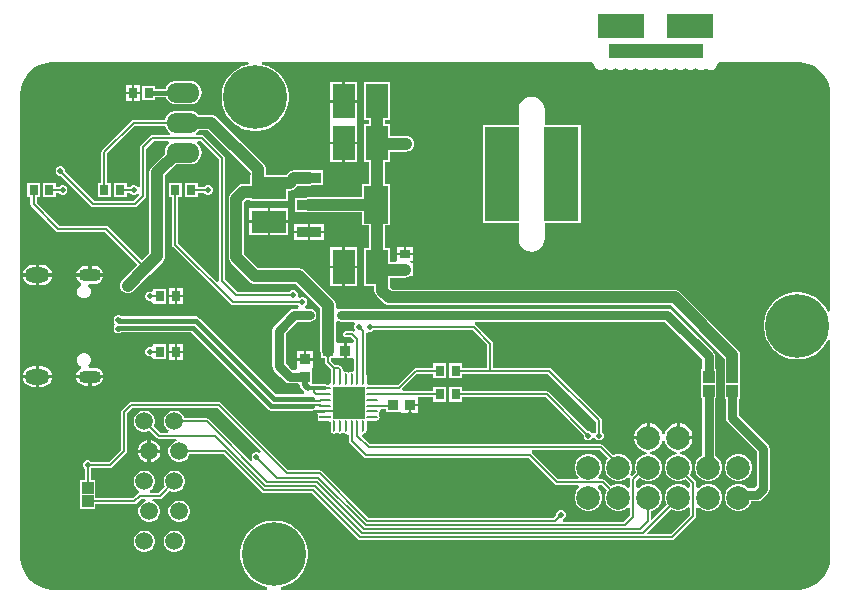
<source format=gbl>
G04*
G04 #@! TF.GenerationSoftware,Altium Limited,Altium Designer,23.2.1 (34)*
G04*
G04 Layer_Physical_Order=2*
G04 Layer_Color=16711680*
%FSLAX44Y44*%
%MOMM*%
G71*
G04*
G04 #@! TF.SameCoordinates,D71E7737-13ED-4BDA-A6DE-6AB0D4F083BE*
G04*
G04*
G04 #@! TF.FilePolarity,Positive*
G04*
G01*
G75*
%ADD12C,0.2000*%
%ADD23R,4.0000X2.0000*%
%ADD24R,8.0000X1.2000*%
%ADD30C,5.4000*%
%ADD39C,1.0000*%
%ADD40C,0.8000*%
%ADD41C,0.5000*%
%ADD42C,0.3000*%
%ADD43O,2.8000X1.7000*%
%ADD44C,2.0000*%
%ADD45O,2.1000X1.3000*%
%ADD46O,1.9000X1.1000*%
%ADD47C,1.5000*%
%ADD48C,0.5000*%
%ADD49C,1.2700*%
%ADD50R,1.0000X1.0000*%
%ADD51R,0.9581X0.9121*%
%ADD52R,0.9121X0.9581*%
%ADD53R,2.1000X0.9000*%
%ADD54R,2.1000X3.2000*%
%ADD55R,0.8000X0.9500*%
%ADD56R,2.7000X2.7000*%
G04:AMPARAMS|DCode=57|XSize=0.2393mm|YSize=0.9791mm|CornerRadius=0.1196mm|HoleSize=0mm|Usage=FLASHONLY|Rotation=0.000|XOffset=0mm|YOffset=0mm|HoleType=Round|Shape=RoundedRectangle|*
%AMROUNDEDRECTD57*
21,1,0.2393,0.7398,0,0,0.0*
21,1,0.0000,0.9791,0,0,0.0*
1,1,0.2393,0.0000,-0.3699*
1,1,0.2393,0.0000,-0.3699*
1,1,0.2393,0.0000,0.3699*
1,1,0.2393,0.0000,0.3699*
%
%ADD57ROUNDEDRECTD57*%
G04:AMPARAMS|DCode=58|XSize=0.9791mm|YSize=0.2393mm|CornerRadius=0.1196mm|HoleSize=0mm|Usage=FLASHONLY|Rotation=0.000|XOffset=0mm|YOffset=0mm|HoleType=Round|Shape=RoundedRectangle|*
%AMROUNDEDRECTD58*
21,1,0.9791,0.0000,0,0,0.0*
21,1,0.7398,0.2393,0,0,0.0*
1,1,0.2393,0.3699,0.0000*
1,1,0.2393,-0.3699,0.0000*
1,1,0.2393,-0.3699,0.0000*
1,1,0.2393,0.3699,0.0000*
%
%ADD58ROUNDEDRECTD58*%
%ADD59R,0.9791X0.2393*%
%ADD60R,0.9500X0.8000*%
%ADD61R,1.8526X2.9042*%
%ADD62R,2.9042X1.8526*%
%ADD63R,3.0000X8.0000*%
%ADD64C,0.4000*%
%ADD65C,0.4579*%
G36*
X-202635Y222196D02*
X-202256Y221569D01*
X-202250Y221542D01*
Y220906D01*
X-201413Y218885D01*
X-199865Y217337D01*
X-197844Y216500D01*
X-195656D01*
X-193634Y217337D01*
X-192500Y218472D01*
X-191366Y217337D01*
X-189344Y216500D01*
X-187156D01*
X-185135Y217337D01*
X-184000Y218472D01*
X-182866Y217337D01*
X-180844Y216500D01*
X-178656D01*
X-176635Y217337D01*
X-175500Y218472D01*
X-174366Y217337D01*
X-172344Y216500D01*
X-170156D01*
X-168134Y217337D01*
X-167000Y218472D01*
X-165865Y217337D01*
X-163844Y216500D01*
X-161656D01*
X-159635Y217337D01*
X-158500Y218472D01*
X-157366Y217337D01*
X-155344Y216500D01*
X-153156D01*
X-151135Y217337D01*
X-150000Y218472D01*
X-148865Y217337D01*
X-146844Y216500D01*
X-144656D01*
X-142634Y217337D01*
X-141500Y218472D01*
X-140365Y217337D01*
X-138344Y216500D01*
X-136156D01*
X-134135Y217337D01*
X-133000Y218472D01*
X-131866Y217337D01*
X-129844Y216500D01*
X-127656D01*
X-125634Y217337D01*
X-124500Y218472D01*
X-123365Y217337D01*
X-121344Y216500D01*
X-119156D01*
X-117135Y217337D01*
X-116000Y218472D01*
X-114866Y217337D01*
X-112844Y216500D01*
X-110656D01*
X-108635Y217337D01*
X-107500Y218472D01*
X-106365Y217337D01*
X-104344Y216500D01*
X-102156D01*
X-100134Y217337D01*
X-98587Y218885D01*
X-97750Y220906D01*
Y221539D01*
X-97733Y221610D01*
X-97325Y222244D01*
X-95861Y223361D01*
X-30000Y223361D01*
X-28167D01*
X-24533Y222883D01*
X-20993Y221934D01*
X-17607Y220531D01*
X-14432Y218699D01*
X-11524Y216467D01*
X-8933Y213875D01*
X-6701Y210967D01*
X-4869Y207793D01*
X-3466Y204407D01*
X-2517Y200867D01*
X-2039Y197233D01*
Y195400D01*
Y12306D01*
X-4039Y11825D01*
X-5625Y14937D01*
X-8261Y18566D01*
X-11434Y21739D01*
X-15063Y24375D01*
X-19060Y26412D01*
X-23326Y27798D01*
X-27757Y28500D01*
X-32243D01*
X-36674Y27798D01*
X-40940Y26412D01*
X-44937Y24375D01*
X-48566Y21739D01*
X-51739Y18566D01*
X-54375Y14937D01*
X-56412Y10940D01*
X-57798Y6674D01*
X-58500Y2243D01*
Y-2243D01*
X-57798Y-6674D01*
X-56412Y-10940D01*
X-54375Y-14937D01*
X-51739Y-18566D01*
X-48566Y-21739D01*
X-44937Y-24375D01*
X-40940Y-26412D01*
X-36674Y-27798D01*
X-32243Y-28500D01*
X-27757D01*
X-23326Y-27798D01*
X-19060Y-26412D01*
X-15063Y-24375D01*
X-11434Y-21739D01*
X-8261Y-18566D01*
X-5625Y-14937D01*
X-4039Y-11825D01*
X-2039Y-12306D01*
Y-195400D01*
Y-197233D01*
X-2517Y-200867D01*
X-3466Y-204407D01*
X-4869Y-207793D01*
X-6701Y-210968D01*
X-8933Y-213875D01*
X-11524Y-216467D01*
X-14432Y-218699D01*
X-17607Y-220531D01*
X-20993Y-221934D01*
X-24533Y-222882D01*
X-28167Y-223361D01*
X-30000Y-223361D01*
X-467196Y-223361D01*
X-467353Y-221361D01*
X-466326Y-221198D01*
X-462060Y-219812D01*
X-458063Y-217775D01*
X-454434Y-215139D01*
X-451261Y-211966D01*
X-448625Y-208337D01*
X-446588Y-204340D01*
X-445202Y-200074D01*
X-444500Y-195643D01*
Y-191157D01*
X-445202Y-186726D01*
X-446588Y-182460D01*
X-448625Y-178463D01*
X-451261Y-174834D01*
X-454434Y-171661D01*
X-458063Y-169025D01*
X-462060Y-166988D01*
X-466326Y-165602D01*
X-470757Y-164900D01*
X-475243D01*
X-479674Y-165602D01*
X-483940Y-166988D01*
X-487937Y-169025D01*
X-491567Y-171661D01*
X-494739Y-174834D01*
X-497375Y-178463D01*
X-499412Y-182460D01*
X-500798Y-186726D01*
X-501500Y-191157D01*
Y-195643D01*
X-500798Y-200074D01*
X-499412Y-204340D01*
X-497375Y-208337D01*
X-494739Y-211966D01*
X-491567Y-215139D01*
X-487937Y-217775D01*
X-483940Y-219812D01*
X-479674Y-221198D01*
X-478647Y-221361D01*
X-478804Y-223361D01*
X-660000D01*
X-661833D01*
X-665467Y-222882D01*
X-669007Y-221934D01*
X-672393Y-220531D01*
X-675568Y-218699D01*
X-678475Y-216467D01*
X-681067Y-213876D01*
X-683299Y-210968D01*
X-685131Y-207793D01*
X-686534Y-204407D01*
X-687483Y-200867D01*
X-687961Y-197233D01*
X-687961Y-195400D01*
X-687961Y195400D01*
Y197233D01*
X-687483Y200867D01*
X-686534Y204407D01*
X-685131Y207793D01*
X-683298Y210968D01*
X-681067Y213875D01*
X-678475Y216467D01*
X-675567Y218699D01*
X-672393Y220531D01*
X-669007Y221934D01*
X-665467Y222882D01*
X-661833Y223361D01*
X-660000Y223361D01*
X-494804Y223361D01*
X-494646Y221361D01*
X-495674Y221198D01*
X-499940Y219812D01*
X-503937Y217775D01*
X-507566Y215139D01*
X-510739Y211966D01*
X-513375Y208337D01*
X-515412Y204340D01*
X-516798Y200074D01*
X-517500Y195643D01*
Y191157D01*
X-516798Y186726D01*
X-515412Y182460D01*
X-513375Y178463D01*
X-510739Y174834D01*
X-507566Y171661D01*
X-503937Y169025D01*
X-499940Y166988D01*
X-495674Y165602D01*
X-491243Y164900D01*
X-486757D01*
X-482326Y165602D01*
X-478060Y166988D01*
X-474063Y169025D01*
X-470434Y171661D01*
X-467261Y174834D01*
X-464625Y178463D01*
X-462588Y182460D01*
X-461202Y186726D01*
X-460500Y191157D01*
Y195643D01*
X-461202Y200074D01*
X-462588Y204340D01*
X-464625Y208337D01*
X-467261Y211966D01*
X-470434Y215139D01*
X-474063Y217775D01*
X-478060Y219812D01*
X-482326Y221198D01*
X-483354Y221361D01*
X-483196Y223361D01*
X-204139Y223361D01*
X-202635Y222196D01*
D02*
G37*
%LPC*%
G36*
X-544500Y207586D02*
X-555500D01*
X-558111Y207243D01*
X-560543Y206235D01*
X-562632Y204632D01*
X-564235Y202543D01*
X-564949Y200819D01*
X-573750D01*
Y203250D01*
X-584750D01*
Y190750D01*
X-573750D01*
Y193681D01*
X-564742D01*
X-564235Y192457D01*
X-562632Y190368D01*
X-560543Y188765D01*
X-558111Y187757D01*
X-555500Y187414D01*
X-544500D01*
X-541889Y187757D01*
X-539457Y188765D01*
X-537368Y190368D01*
X-535765Y192457D01*
X-534757Y194890D01*
X-534414Y197500D01*
X-534757Y200110D01*
X-535765Y202543D01*
X-537368Y204632D01*
X-539457Y206235D01*
X-541889Y207243D01*
X-544500Y207586D01*
D02*
G37*
G36*
X-586750Y203750D02*
X-591750D01*
Y198000D01*
X-586750D01*
Y203750D01*
D02*
G37*
G36*
X-593750D02*
X-598750D01*
Y198000D01*
X-593750D01*
Y203750D01*
D02*
G37*
G36*
X-402989Y206521D02*
X-413252D01*
Y191000D01*
X-402989D01*
Y206521D01*
D02*
G37*
G36*
X-415252D02*
X-425516D01*
Y191000D01*
X-415252D01*
Y206521D01*
D02*
G37*
G36*
X-586750Y196000D02*
X-591750D01*
Y190250D01*
X-586750D01*
Y196000D01*
D02*
G37*
G36*
X-593750D02*
X-598750D01*
Y190250D01*
X-593750D01*
Y196000D01*
D02*
G37*
G36*
X-402989Y189000D02*
X-414253D01*
X-425516D01*
Y173521D01*
X-425516Y173479D01*
X-425516Y171521D01*
X-425516Y171479D01*
Y156000D01*
X-414252D01*
Y155000D01*
D01*
Y156000D01*
X-402989D01*
Y171479D01*
X-402989Y171521D01*
X-402989Y173479D01*
X-402989Y173521D01*
Y189000D01*
D02*
G37*
G36*
X-402989Y154000D02*
X-413252D01*
Y138479D01*
X-402989D01*
Y154000D01*
D02*
G37*
G36*
X-415252D02*
X-425516D01*
Y138479D01*
X-415252D01*
Y154000D01*
D02*
G37*
G36*
X-537750Y121250D02*
X-548750D01*
Y108750D01*
X-537750D01*
Y112451D01*
X-532108D01*
X-531266Y111609D01*
X-529796Y111000D01*
X-528204D01*
X-526734Y111609D01*
X-525609Y112734D01*
X-525000Y114204D01*
Y115796D01*
X-525609Y117266D01*
X-526734Y118391D01*
X-528204Y119000D01*
X-529796D01*
X-531266Y118391D01*
X-532108Y117549D01*
X-537750D01*
Y121250D01*
D02*
G37*
G36*
X-657750D02*
X-668750D01*
Y108750D01*
X-657750D01*
Y112451D01*
X-655108D01*
X-654266Y111609D01*
X-652796Y111000D01*
X-651204D01*
X-649734Y111609D01*
X-648609Y112734D01*
X-648000Y114204D01*
Y115796D01*
X-648609Y117266D01*
X-649734Y118391D01*
X-651204Y119000D01*
X-652796D01*
X-654266Y118391D01*
X-655108Y117549D01*
X-657750D01*
Y121250D01*
D02*
G37*
G36*
X-460979Y99511D02*
X-476500D01*
Y89248D01*
X-460979D01*
Y99511D01*
D02*
G37*
G36*
X-478500D02*
X-494021D01*
Y89248D01*
X-478500D01*
Y99511D01*
D02*
G37*
G36*
X-431000Y86000D02*
X-442500D01*
Y80500D01*
X-431000D01*
Y86000D01*
D02*
G37*
G36*
X-444500D02*
X-456000D01*
Y80500D01*
X-444500D01*
Y86000D01*
D02*
G37*
G36*
X-460979Y87248D02*
X-476500D01*
Y76984D01*
X-460979D01*
Y87248D01*
D02*
G37*
G36*
X-478500D02*
X-494021D01*
Y76984D01*
X-478500D01*
Y87248D01*
D02*
G37*
G36*
X-431000Y78500D02*
X-442500D01*
Y73000D01*
X-431000D01*
Y78500D01*
D02*
G37*
G36*
X-444500D02*
X-456000D01*
Y73000D01*
X-444500D01*
Y78500D01*
D02*
G37*
G36*
X-255000Y193995D02*
X-257872Y193617D01*
X-260548Y192509D01*
X-262845Y190745D01*
X-264608Y188447D01*
X-265717Y185772D01*
X-266095Y182900D01*
Y169900D01*
X-296500D01*
Y86900D01*
X-266095D01*
Y73900D01*
X-265717Y71028D01*
X-264608Y68353D01*
X-262845Y66055D01*
X-260548Y64292D01*
X-257872Y63183D01*
X-255000Y62805D01*
X-252128Y63183D01*
X-249452Y64292D01*
X-247155Y66055D01*
X-245392Y68353D01*
X-244283Y71028D01*
X-243905Y73900D01*
Y86900D01*
X-213500D01*
Y169900D01*
X-243905D01*
Y182900D01*
X-244283Y185772D01*
X-245392Y188447D01*
X-247155Y190745D01*
X-249452Y192509D01*
X-252128Y193617D01*
X-255000Y193995D01*
D02*
G37*
G36*
X-355250Y66750D02*
X-361000D01*
Y61750D01*
X-355250D01*
Y66750D01*
D02*
G37*
G36*
X-363000D02*
X-368750D01*
Y61750D01*
X-363000D01*
Y66750D01*
D02*
G37*
G36*
X-402989Y66521D02*
X-413252D01*
Y51000D01*
X-402989D01*
Y66521D01*
D02*
G37*
G36*
X-415252D02*
X-425516D01*
Y51000D01*
X-415252D01*
Y66521D01*
D02*
G37*
G36*
X-669400Y51574D02*
X-671900D01*
Y44500D01*
X-661024D01*
X-661119Y45219D01*
X-661976Y47287D01*
X-663338Y49063D01*
X-665114Y50425D01*
X-667181Y51282D01*
X-669400Y51574D01*
D02*
G37*
G36*
X-674900D02*
X-677400D01*
X-679619Y51282D01*
X-681687Y50425D01*
X-683463Y49063D01*
X-684825Y47287D01*
X-685682Y45219D01*
X-685776Y44500D01*
X-674900D01*
Y51574D01*
D02*
G37*
G36*
X-625099Y50565D02*
X-627599D01*
Y44500D01*
X-617732D01*
X-617793Y44958D01*
X-618548Y46783D01*
X-619750Y48349D01*
X-621317Y49552D01*
X-623142Y50307D01*
X-625099Y50565D01*
D02*
G37*
G36*
X-630599D02*
X-633100D01*
X-635057Y50307D01*
X-636882Y49552D01*
X-638448Y48349D01*
X-639651Y46783D01*
X-640406Y44958D01*
X-640467Y44500D01*
X-630599D01*
Y50565D01*
D02*
G37*
G36*
X-544500Y182186D02*
X-555500D01*
X-558111Y181843D01*
X-560543Y180835D01*
X-562632Y179232D01*
X-564235Y177143D01*
X-565243Y174711D01*
X-565251Y174649D01*
X-591900D01*
X-592875Y174455D01*
X-593702Y173902D01*
X-618552Y149052D01*
X-619105Y148225D01*
X-619299Y147250D01*
Y121250D01*
X-622250D01*
Y108750D01*
X-611250D01*
Y121250D01*
X-614201D01*
Y146194D01*
X-590844Y169551D01*
X-565251D01*
X-565243Y169489D01*
X-564235Y167057D01*
X-562632Y164968D01*
X-560783Y163549D01*
X-560835Y162701D01*
X-561340Y161549D01*
X-576000D01*
X-576976Y161355D01*
X-577802Y160802D01*
X-585802Y152802D01*
X-586355Y151975D01*
X-586549Y151000D01*
Y117519D01*
X-588549Y117121D01*
X-588609Y117266D01*
X-589734Y118391D01*
X-591204Y119000D01*
X-592796D01*
X-594266Y118391D01*
X-595108Y117549D01*
X-597750D01*
Y121250D01*
X-608750D01*
Y108750D01*
X-597750D01*
Y112451D01*
X-595108D01*
X-594266Y111609D01*
X-592796Y111000D01*
X-591204D01*
X-589734Y111609D01*
X-589384Y111959D01*
X-587213Y111302D01*
X-587061Y110544D01*
X-592056Y105549D01*
X-624944D01*
X-650000Y130605D01*
Y131796D01*
X-650609Y133266D01*
X-651734Y134391D01*
X-653204Y135000D01*
X-654796D01*
X-656266Y134391D01*
X-657391Y133266D01*
X-658000Y131796D01*
Y130204D01*
X-657391Y128734D01*
X-656266Y127609D01*
X-654796Y127000D01*
X-653605D01*
X-627802Y101198D01*
X-626976Y100645D01*
X-626000Y100451D01*
X-591000D01*
X-590024Y100645D01*
X-589198Y101198D01*
X-582198Y108198D01*
X-581645Y109024D01*
X-581451Y110000D01*
Y149944D01*
X-574944Y156451D01*
X-562504D01*
X-561825Y154451D01*
X-562632Y153832D01*
X-564235Y151743D01*
X-565243Y149311D01*
X-565586Y146700D01*
X-565464Y145773D01*
X-576636Y134602D01*
X-577678Y133244D01*
X-578333Y131663D01*
X-578556Y129966D01*
Y61716D01*
X-584833Y55438D01*
X-613198Y83802D01*
X-614025Y84355D01*
X-615000Y84549D01*
X-654944D01*
X-674201Y103806D01*
Y108750D01*
X-671250D01*
Y121250D01*
X-682250D01*
Y108750D01*
X-679299D01*
Y102750D01*
X-679105Y101775D01*
X-678552Y100948D01*
X-657802Y80198D01*
X-656975Y79645D01*
X-656000Y79451D01*
X-616056D01*
X-588438Y51833D01*
X-601636Y38636D01*
X-602678Y37278D01*
X-603333Y35697D01*
X-603556Y34000D01*
X-603333Y32303D01*
X-602678Y30722D01*
X-601636Y29364D01*
X-600278Y28322D01*
X-598697Y27667D01*
X-597000Y27444D01*
X-595303Y27667D01*
X-593722Y28322D01*
X-592364Y29364D01*
X-578364Y43364D01*
X-578364Y43364D01*
X-567364Y54364D01*
X-566322Y55722D01*
X-565667Y57303D01*
X-565444Y59000D01*
Y127250D01*
X-556013Y136681D01*
X-555500Y136614D01*
X-544500D01*
X-541889Y136957D01*
X-539457Y137965D01*
X-537368Y139568D01*
X-535765Y141657D01*
X-534757Y144089D01*
X-534414Y146700D01*
X-534757Y149311D01*
X-535765Y151743D01*
X-537368Y153832D01*
X-538175Y154451D01*
X-537496Y156451D01*
X-535056D01*
X-519549Y140944D01*
Y38000D01*
X-519544Y37978D01*
X-521388Y36992D01*
X-554201Y69806D01*
Y108750D01*
X-551250D01*
Y121250D01*
X-562250D01*
Y108750D01*
X-559299D01*
Y68750D01*
X-559105Y67775D01*
X-558552Y66948D01*
X-509802Y18198D01*
X-508975Y17645D01*
X-508000Y17451D01*
X-452922D01*
X-452195Y16608D01*
X-453112Y14608D01*
X-456000D01*
X-458146Y14181D01*
X-459965Y12965D01*
X-472965Y-35D01*
X-474181Y-1854D01*
X-474608Y-4000D01*
Y-34000D01*
X-474181Y-36146D01*
X-472965Y-37965D01*
X-467961Y-42969D01*
X-467961Y-42969D01*
X-463965Y-46965D01*
X-463965Y-46965D01*
X-462146Y-48181D01*
X-460000Y-48608D01*
X-453061D01*
Y-49291D01*
X-452827D01*
X-451078Y-50000D01*
X-450768Y-51561D01*
X-449884Y-52884D01*
X-447384Y-55384D01*
X-447323Y-57816D01*
X-447560Y-58147D01*
X-471389D01*
X-536507Y6971D01*
X-537761Y7809D01*
X-539239Y8103D01*
X-602446D01*
X-602734Y8391D01*
X-604204Y9000D01*
X-605796D01*
X-607266Y8391D01*
X-608391Y7266D01*
X-609000Y5796D01*
Y4204D01*
X-608391Y2734D01*
X-608213Y2557D01*
X-607470Y1250D01*
X-608213Y-57D01*
X-608391Y-234D01*
X-609000Y-1704D01*
Y-3296D01*
X-608391Y-4766D01*
X-607266Y-5891D01*
X-605796Y-6500D01*
X-604204D01*
X-602734Y-5891D01*
X-602446Y-5603D01*
X-543316D01*
X-478198Y-70722D01*
X-476945Y-71559D01*
X-475466Y-71853D01*
X-441289D01*
X-439811Y-71559D01*
X-438895Y-70947D01*
X-438585Y-70740D01*
X-438144Y-70857D01*
X-436632Y-71351D01*
X-436627Y-71361D01*
X-436655Y-71500D01*
X-429896D01*
Y-73500D01*
X-436655D01*
X-436605Y-73747D01*
X-436535Y-73853D01*
X-436291Y-74804D01*
X-436291D01*
Y-80196D01*
X-427090D01*
X-425249Y-81196D01*
Y-88595D01*
X-425040Y-89647D01*
X-424444Y-90539D01*
X-423552Y-91135D01*
X-422500Y-91344D01*
X-421448Y-91135D01*
X-420556Y-90539D01*
X-420000Y-89706D01*
X-419444Y-90539D01*
X-418552Y-91135D01*
X-417500Y-91344D01*
X-416448Y-91135D01*
X-415000Y-90704D01*
X-413552Y-91135D01*
X-412500Y-91344D01*
X-412049Y-91254D01*
X-410441Y-92193D01*
X-410049Y-92605D01*
Y-97500D01*
X-409855Y-98476D01*
X-409302Y-99302D01*
X-397302Y-111302D01*
X-396475Y-111855D01*
X-395500Y-112049D01*
X-257556D01*
X-235302Y-134302D01*
X-234475Y-134855D01*
X-233500Y-135049D01*
X-215741D01*
X-215180Y-136404D01*
X-215180Y-136404D01*
X-214912Y-137049D01*
X-216202Y-138339D01*
X-217716Y-140961D01*
X-218500Y-143886D01*
Y-146914D01*
X-217716Y-149839D01*
X-216202Y-152461D01*
X-214061Y-154602D01*
X-211439Y-156116D01*
X-208514Y-156900D01*
X-205486D01*
X-202561Y-156116D01*
X-199939Y-154602D01*
X-197798Y-152461D01*
X-196284Y-149839D01*
X-195500Y-146914D01*
Y-143886D01*
X-196284Y-140961D01*
X-197798Y-138339D01*
X-199088Y-137049D01*
X-199055Y-136970D01*
X-198820Y-136404D01*
X-198820Y-136404D01*
X-198259Y-135049D01*
X-195556D01*
X-191338Y-139267D01*
X-192316Y-140961D01*
X-193100Y-143886D01*
Y-146914D01*
X-192316Y-149839D01*
X-190802Y-152461D01*
X-188661Y-154602D01*
X-186039Y-156116D01*
X-183114Y-156900D01*
X-180086D01*
X-177161Y-156116D01*
X-174539Y-154602D01*
X-173549Y-153612D01*
X-171549Y-154441D01*
Y-160444D01*
X-177056Y-165951D01*
X-228510D01*
X-228647Y-165848D01*
X-228556Y-163731D01*
X-227734Y-163391D01*
X-226609Y-162266D01*
X-226000Y-160796D01*
Y-159204D01*
X-226609Y-157734D01*
X-227734Y-156609D01*
X-229204Y-156000D01*
X-230796D01*
X-232266Y-156609D01*
X-233391Y-157734D01*
X-234000Y-159204D01*
Y-160395D01*
X-236056Y-162451D01*
X-393045D01*
X-432298Y-123198D01*
X-433125Y-122645D01*
X-434101Y-122451D01*
X-460944D01*
X-518198Y-65198D01*
X-519025Y-64645D01*
X-520000Y-64451D01*
X-594000D01*
X-594975Y-64645D01*
X-595802Y-65198D01*
X-601802Y-71198D01*
X-602355Y-72024D01*
X-602549Y-73000D01*
Y-104944D01*
X-613056Y-115451D01*
X-627892D01*
X-628734Y-114609D01*
X-630204Y-114000D01*
X-631796D01*
X-633266Y-114609D01*
X-634391Y-115734D01*
X-635000Y-117204D01*
Y-118796D01*
X-634391Y-120266D01*
X-633549Y-121108D01*
Y-130500D01*
X-637500D01*
Y-143500D01*
Y-155200D01*
X-624500D01*
Y-151249D01*
X-591700D01*
X-590725Y-151055D01*
X-589898Y-150502D01*
X-585944Y-146549D01*
X-582024D01*
X-581760Y-148549D01*
X-582374Y-148713D01*
X-584426Y-149898D01*
X-586102Y-151574D01*
X-587287Y-153626D01*
X-587900Y-155915D01*
Y-158285D01*
X-587287Y-160574D01*
X-586102Y-162626D01*
X-584426Y-164302D01*
X-582374Y-165487D01*
X-580085Y-166100D01*
X-577715D01*
X-575426Y-165487D01*
X-573374Y-164302D01*
X-571698Y-162626D01*
X-570513Y-160574D01*
X-569900Y-158285D01*
Y-155915D01*
X-570513Y-153626D01*
X-571698Y-151574D01*
X-573374Y-149898D01*
X-575426Y-148713D01*
X-576040Y-148549D01*
X-575776Y-146549D01*
X-569800D01*
X-568825Y-146355D01*
X-567998Y-145802D01*
X-561803Y-139608D01*
X-560974Y-140087D01*
X-558685Y-140700D01*
X-556315D01*
X-554026Y-140087D01*
X-551974Y-138902D01*
X-550298Y-137226D01*
X-549113Y-135174D01*
X-548500Y-132885D01*
Y-130515D01*
X-549113Y-128226D01*
X-550298Y-126174D01*
X-551974Y-124498D01*
X-554026Y-123313D01*
X-556315Y-122700D01*
X-558685D01*
X-560974Y-123313D01*
X-563026Y-124498D01*
X-564702Y-126174D01*
X-565887Y-128226D01*
X-566500Y-130515D01*
Y-132885D01*
X-565887Y-135174D01*
X-565408Y-136003D01*
X-570856Y-141451D01*
X-577789D01*
X-578325Y-139451D01*
X-577374Y-138902D01*
X-575698Y-137226D01*
X-574513Y-135174D01*
X-573900Y-132885D01*
Y-130515D01*
X-574513Y-128226D01*
X-575698Y-126174D01*
X-577374Y-124498D01*
X-579426Y-123313D01*
X-581715Y-122700D01*
X-584085D01*
X-586374Y-123313D01*
X-588426Y-124498D01*
X-590102Y-126174D01*
X-591287Y-128226D01*
X-591900Y-130515D01*
Y-132885D01*
X-591287Y-135174D01*
X-590102Y-137226D01*
X-588426Y-138902D01*
X-587404Y-139492D01*
X-587752Y-141601D01*
X-587975Y-141645D01*
X-588802Y-142198D01*
X-592756Y-146151D01*
X-624500D01*
Y-130500D01*
X-628451D01*
Y-121108D01*
X-627892Y-120549D01*
X-612000D01*
X-611025Y-120355D01*
X-610198Y-119802D01*
X-598198Y-107802D01*
X-597645Y-106975D01*
X-597451Y-106000D01*
Y-74056D01*
X-592944Y-69549D01*
X-521056D01*
X-484550Y-106055D01*
X-484484Y-106144D01*
X-485734Y-107609D01*
X-486044Y-107481D01*
X-487204Y-107000D01*
X-488796D01*
X-490266Y-107609D01*
X-491391Y-108734D01*
X-492000Y-110204D01*
Y-111796D01*
X-491519Y-112956D01*
X-491391Y-113266D01*
X-492856Y-114515D01*
X-492945Y-114450D01*
X-528298Y-79098D01*
X-529124Y-78545D01*
X-530100Y-78351D01*
X-548866D01*
X-549113Y-77426D01*
X-550298Y-75374D01*
X-551974Y-73698D01*
X-554026Y-72513D01*
X-556315Y-71900D01*
X-558685D01*
X-560974Y-72513D01*
X-563026Y-73698D01*
X-564702Y-75374D01*
X-565887Y-77426D01*
X-566500Y-79715D01*
Y-82085D01*
X-565887Y-84374D01*
X-564702Y-86426D01*
X-563026Y-88102D01*
X-562421Y-88451D01*
X-562957Y-90451D01*
X-569744D01*
X-574992Y-85203D01*
X-574513Y-84374D01*
X-573900Y-82085D01*
Y-79715D01*
X-574513Y-77426D01*
X-575698Y-75374D01*
X-577374Y-73698D01*
X-579426Y-72513D01*
X-581715Y-71900D01*
X-584085D01*
X-586374Y-72513D01*
X-588426Y-73698D01*
X-590102Y-75374D01*
X-591287Y-77426D01*
X-591900Y-79715D01*
Y-82085D01*
X-591287Y-84374D01*
X-590102Y-86426D01*
X-588426Y-88102D01*
X-586374Y-89287D01*
X-584085Y-89900D01*
X-581715D01*
X-579426Y-89287D01*
X-578597Y-88808D01*
X-572602Y-94802D01*
X-571776Y-95355D01*
X-570800Y-95549D01*
X-555877D01*
X-555614Y-97549D01*
X-556974Y-97913D01*
X-559026Y-99098D01*
X-560702Y-100774D01*
X-561887Y-102826D01*
X-562500Y-105115D01*
Y-107485D01*
X-561887Y-109774D01*
X-560702Y-111826D01*
X-559026Y-113502D01*
X-556974Y-114687D01*
X-554685Y-115300D01*
X-552315D01*
X-550026Y-114687D01*
X-547974Y-113502D01*
X-546298Y-111826D01*
X-545113Y-109774D01*
X-544865Y-108849D01*
X-515655D01*
X-483702Y-140802D01*
X-482875Y-141355D01*
X-481899Y-141549D01*
X-440955D01*
X-401702Y-180802D01*
X-400875Y-181355D01*
X-399899Y-181549D01*
X-136000D01*
X-135024Y-181355D01*
X-134198Y-180802D01*
X-116198Y-162802D01*
X-115645Y-161975D01*
X-115451Y-161000D01*
Y-154441D01*
X-113451Y-153612D01*
X-112461Y-154602D01*
X-109839Y-156116D01*
X-106914Y-156900D01*
X-103886D01*
X-100961Y-156116D01*
X-98339Y-154602D01*
X-96198Y-152461D01*
X-94684Y-149839D01*
X-93900Y-146914D01*
Y-143886D01*
X-94684Y-140961D01*
X-96198Y-138339D01*
X-98339Y-136198D01*
X-100961Y-134684D01*
X-103886Y-133900D01*
X-106914D01*
X-109839Y-134684D01*
X-112461Y-136198D01*
X-113451Y-137188D01*
X-115451Y-136359D01*
Y-132800D01*
X-115645Y-131825D01*
X-116198Y-130998D01*
X-121062Y-126133D01*
X-120084Y-124439D01*
X-119300Y-121514D01*
Y-118486D01*
X-120084Y-115561D01*
X-121598Y-112939D01*
X-123739Y-110798D01*
X-126361Y-109284D01*
X-129286Y-108500D01*
X-129220Y-106600D01*
X-126168Y-105782D01*
X-123432Y-104202D01*
X-121198Y-101968D01*
X-119618Y-99232D01*
X-118800Y-96180D01*
Y-96100D01*
X-130800D01*
Y-94600D01*
X-132300D01*
Y-82600D01*
X-132380D01*
X-135432Y-83418D01*
X-138168Y-84998D01*
X-140402Y-87232D01*
X-141982Y-89968D01*
X-142465Y-91769D01*
X-144535D01*
X-145018Y-89968D01*
X-146598Y-87232D01*
X-148832Y-84998D01*
X-151568Y-83418D01*
X-154620Y-82600D01*
X-154700D01*
Y-94600D01*
X-156200D01*
Y-96100D01*
X-168200D01*
Y-96180D01*
X-167382Y-99232D01*
X-165802Y-101968D01*
X-163568Y-104202D01*
X-160832Y-105782D01*
X-157780Y-106600D01*
X-157714Y-108500D01*
X-160639Y-109284D01*
X-163261Y-110798D01*
X-165402Y-112939D01*
X-166916Y-115561D01*
X-167700Y-118486D01*
Y-121514D01*
X-166943Y-124338D01*
X-169936Y-127331D01*
X-171054Y-127525D01*
X-171658Y-125780D01*
X-170884Y-124439D01*
X-170100Y-121514D01*
Y-118486D01*
X-170884Y-115561D01*
X-172398Y-112939D01*
X-174539Y-110798D01*
X-177161Y-109284D01*
X-180086Y-108500D01*
X-183114D01*
X-186039Y-109284D01*
X-186085Y-109310D01*
X-194198Y-101198D01*
X-195025Y-100645D01*
X-196000Y-100451D01*
X-391944D01*
X-398703Y-93692D01*
X-398186Y-91392D01*
X-397951Y-91254D01*
X-397500Y-91344D01*
X-396448Y-91135D01*
X-395556Y-90539D01*
X-394960Y-89647D01*
X-394751Y-88595D01*
Y-82100D01*
X-394124Y-80876D01*
X-392900Y-80249D01*
X-386405D01*
X-385353Y-80040D01*
X-384461Y-79444D01*
X-383866Y-78552D01*
X-383656Y-77500D01*
X-383866Y-76448D01*
X-384461Y-74444D01*
X-383866Y-73552D01*
X-383656Y-72500D01*
X-383746Y-72049D01*
X-382807Y-70441D01*
X-382395Y-70049D01*
X-378561D01*
Y-73061D01*
X-366314Y-73061D01*
X-364521Y-73561D01*
X-364186Y-73561D01*
X-358730D01*
Y-67000D01*
X-357730D01*
Y-66000D01*
X-350939D01*
X-350939Y-60439D01*
X-349101Y-60049D01*
X-338250D01*
Y-64250D01*
X-327250D01*
Y-51750D01*
X-338250D01*
Y-54951D01*
X-363518D01*
X-364346Y-52951D01*
X-351944Y-40549D01*
X-338250D01*
Y-44250D01*
X-327250D01*
Y-31750D01*
X-338250D01*
Y-35451D01*
X-353000D01*
X-353975Y-35645D01*
X-354802Y-36198D01*
X-368556Y-49951D01*
X-385398D01*
X-386405Y-49751D01*
X-392900D01*
X-394124Y-49124D01*
X-394751Y-47900D01*
Y-41405D01*
X-394951Y-40399D01*
Y-6272D01*
X-392951Y-4936D01*
X-392796Y-5000D01*
X-391204D01*
X-389734Y-4391D01*
X-388892Y-3549D01*
X-305056D01*
X-292549Y-16056D01*
Y-35451D01*
X-313750D01*
Y-31750D01*
X-324750D01*
Y-44250D01*
X-313750D01*
Y-40549D01*
X-241056D01*
X-200549Y-81056D01*
Y-89892D01*
X-201391Y-90734D01*
X-201418Y-90798D01*
X-203582D01*
X-203609Y-90734D01*
X-204734Y-89609D01*
X-206204Y-89000D01*
X-207395D01*
X-240198Y-56198D01*
X-241024Y-55645D01*
X-242000Y-55451D01*
X-313750D01*
Y-51750D01*
X-324750D01*
Y-64250D01*
X-313750D01*
Y-60549D01*
X-243056D01*
X-211000Y-92605D01*
Y-93796D01*
X-210391Y-95266D01*
X-209266Y-96391D01*
X-207796Y-97000D01*
X-206204D01*
X-204734Y-96391D01*
X-203609Y-95266D01*
X-203582Y-95202D01*
X-201418D01*
X-201391Y-95266D01*
X-200266Y-96391D01*
X-198796Y-97000D01*
X-197204D01*
X-195734Y-96391D01*
X-194609Y-95266D01*
X-194000Y-93796D01*
Y-92204D01*
X-194609Y-90734D01*
X-195451Y-89892D01*
Y-80000D01*
X-195645Y-79025D01*
X-196198Y-78198D01*
X-238198Y-36198D01*
X-239025Y-35645D01*
X-240000Y-35451D01*
X-287451D01*
Y-15000D01*
X-287645Y-14025D01*
X-288198Y-13198D01*
X-302198Y802D01*
X-303025Y1355D01*
X-303212Y1392D01*
X-303015Y3392D01*
X-142323D01*
X-110608Y-28323D01*
Y-36600D01*
X-111500D01*
Y-49600D01*
Y-61300D01*
X-110608D01*
Y-109728D01*
X-112461Y-110798D01*
X-114602Y-112939D01*
X-116116Y-115561D01*
X-116900Y-118486D01*
Y-121514D01*
X-116116Y-124439D01*
X-114602Y-127061D01*
X-112461Y-129202D01*
X-109839Y-130716D01*
X-106914Y-131500D01*
X-103886D01*
X-100961Y-130716D01*
X-98339Y-129202D01*
X-96198Y-127061D01*
X-94684Y-124439D01*
X-93900Y-121514D01*
Y-118486D01*
X-94684Y-115561D01*
X-96198Y-112939D01*
X-98339Y-110798D01*
X-99392Y-110190D01*
Y-61300D01*
X-98500D01*
Y-49600D01*
Y-36600D01*
X-99392D01*
Y-26000D01*
X-99819Y-23854D01*
X-101035Y-22035D01*
X-136035Y12965D01*
X-137854Y14181D01*
X-140000Y14608D01*
X-416000D01*
X-418146Y14181D01*
X-418714Y13801D01*
X-420714Y14871D01*
Y17270D01*
X-420937Y18967D01*
X-421592Y20548D01*
X-422634Y21906D01*
X-447364Y46636D01*
X-448722Y47678D01*
X-450303Y48333D01*
X-452000Y48556D01*
X-486284D01*
X-498444Y60716D01*
Y104824D01*
X-496427Y106841D01*
X-493521D01*
Y105989D01*
X-461479D01*
Y114459D01*
X-459984D01*
X-458288Y114683D01*
X-456706Y115338D01*
X-455349Y116380D01*
X-453284Y118444D01*
X-444000D01*
X-442303Y118667D01*
X-440722Y119322D01*
X-440490Y119500D01*
X-431500D01*
Y131500D01*
X-441000D01*
X-441803Y131833D01*
X-443500Y132056D01*
X-445197Y131833D01*
X-445865Y131556D01*
X-456000D01*
X-457697Y131333D01*
X-459278Y130678D01*
X-460636Y129636D01*
X-462700Y127572D01*
X-473237D01*
X-473663Y127516D01*
X-479799D01*
Y132355D01*
X-480022Y134052D01*
X-480677Y135633D01*
X-481719Y136990D01*
X-521464Y176736D01*
X-522822Y177778D01*
X-524403Y178433D01*
X-526100Y178656D01*
X-536926D01*
X-537368Y179232D01*
X-539457Y180835D01*
X-541889Y181843D01*
X-544500Y182186D01*
D02*
G37*
G36*
X-661024Y41500D02*
X-671900D01*
Y34427D01*
X-669400D01*
X-667181Y34719D01*
X-665114Y35576D01*
X-663338Y36938D01*
X-661976Y38714D01*
X-661119Y40781D01*
X-661024Y41500D01*
D02*
G37*
G36*
X-674900D02*
X-685776D01*
X-685682Y40781D01*
X-684825Y38714D01*
X-683463Y36938D01*
X-681687Y35576D01*
X-679619Y34719D01*
X-677400Y34427D01*
X-674900D01*
Y41500D01*
D02*
G37*
G36*
X-402989Y49000D02*
X-413252D01*
Y33479D01*
X-402989D01*
Y49000D01*
D02*
G37*
G36*
X-415252D02*
X-425516D01*
Y33479D01*
X-415252D01*
Y49000D01*
D02*
G37*
G36*
X-550250Y31750D02*
X-555250D01*
Y26000D01*
X-550250D01*
Y31750D01*
D02*
G37*
G36*
X-557250D02*
X-562250D01*
Y26000D01*
X-557250D01*
Y31750D01*
D02*
G37*
G36*
X-617732Y41500D02*
X-629100D01*
X-640467D01*
X-640406Y41042D01*
X-639651Y39218D01*
X-638448Y37651D01*
X-636882Y36449D01*
X-636504Y36293D01*
X-636504Y34128D01*
X-637357Y33774D01*
X-638974Y32157D01*
X-639850Y30044D01*
Y27756D01*
X-638974Y25643D01*
X-637357Y24025D01*
X-635244Y23150D01*
X-632956D01*
X-630843Y24025D01*
X-629225Y25643D01*
X-628350Y27756D01*
Y30044D01*
X-629225Y32157D01*
X-630504Y33436D01*
X-630121Y35034D01*
X-629891Y35436D01*
X-625099D01*
X-623142Y35693D01*
X-621317Y36449D01*
X-619750Y37651D01*
X-618548Y39218D01*
X-617793Y41042D01*
X-617732Y41500D01*
D02*
G37*
G36*
X-564250Y31250D02*
X-575250D01*
Y30355D01*
X-577204Y29000D01*
X-578796D01*
X-580266Y28391D01*
X-581391Y27266D01*
X-582000Y25796D01*
Y24204D01*
X-581391Y22734D01*
X-580266Y21609D01*
X-578796Y21000D01*
X-577204D01*
X-575250Y19645D01*
Y18750D01*
X-564250D01*
Y31250D01*
D02*
G37*
G36*
X-550250Y24000D02*
X-555250D01*
Y18250D01*
X-550250D01*
Y24000D01*
D02*
G37*
G36*
X-557250D02*
X-562250D01*
Y18250D01*
X-557250D01*
Y24000D01*
D02*
G37*
G36*
X-550250Y-15250D02*
X-555250D01*
Y-21000D01*
X-550250D01*
Y-15250D01*
D02*
G37*
G36*
X-557250D02*
X-562250D01*
Y-21000D01*
X-557250D01*
Y-15250D01*
D02*
G37*
G36*
X-564250Y-15750D02*
X-575250D01*
Y-16645D01*
X-577204Y-18000D01*
X-578796D01*
X-580266Y-18609D01*
X-581391Y-19734D01*
X-582000Y-21204D01*
Y-22796D01*
X-581391Y-24266D01*
X-580266Y-25391D01*
X-578796Y-26000D01*
X-577204D01*
X-575250Y-27355D01*
Y-28250D01*
X-564250D01*
Y-15750D01*
D02*
G37*
G36*
X-550250Y-23000D02*
X-555250D01*
Y-28750D01*
X-550250D01*
Y-23000D01*
D02*
G37*
G36*
X-557250D02*
X-562250D01*
Y-28750D01*
X-557250D01*
Y-23000D01*
D02*
G37*
G36*
X-669400Y-34427D02*
X-671900D01*
Y-41500D01*
X-661024D01*
X-661119Y-40781D01*
X-661976Y-38714D01*
X-663338Y-36938D01*
X-665114Y-35576D01*
X-667181Y-34719D01*
X-669400Y-34427D01*
D02*
G37*
G36*
X-632956Y-23150D02*
X-635244D01*
X-637357Y-24025D01*
X-638974Y-25643D01*
X-639850Y-27756D01*
Y-30044D01*
X-638974Y-32157D01*
X-637357Y-33774D01*
X-636504Y-34128D01*
X-636504Y-36293D01*
X-636882Y-36449D01*
X-638448Y-37651D01*
X-639651Y-39218D01*
X-640406Y-41042D01*
X-640467Y-41500D01*
X-629100D01*
X-617732D01*
X-617793Y-41042D01*
X-618548Y-39218D01*
X-619750Y-37651D01*
X-621317Y-36449D01*
X-623142Y-35693D01*
X-625099Y-35436D01*
X-629891D01*
X-630121Y-35034D01*
X-630504Y-33436D01*
X-629225Y-32157D01*
X-628350Y-30044D01*
Y-27756D01*
X-629225Y-25643D01*
X-630843Y-24025D01*
X-632956Y-23150D01*
D02*
G37*
G36*
X-674900Y-34427D02*
X-677400D01*
X-679619Y-34719D01*
X-681687Y-35576D01*
X-683463Y-36938D01*
X-684825Y-38714D01*
X-685682Y-40781D01*
X-685776Y-41500D01*
X-674900D01*
Y-34427D01*
D02*
G37*
G36*
X-617732Y-44500D02*
X-627599D01*
Y-50565D01*
X-625099D01*
X-623142Y-50307D01*
X-621317Y-49552D01*
X-619750Y-48349D01*
X-618548Y-46783D01*
X-617793Y-44958D01*
X-617732Y-44500D01*
D02*
G37*
G36*
X-630600D02*
X-640467D01*
X-640406Y-44958D01*
X-639651Y-46783D01*
X-638448Y-48349D01*
X-636882Y-49552D01*
X-635057Y-50307D01*
X-633100Y-50565D01*
X-630600D01*
Y-44500D01*
D02*
G37*
G36*
X-661024D02*
X-671900D01*
Y-51574D01*
X-669400D01*
X-667181Y-51282D01*
X-665114Y-50425D01*
X-663338Y-49063D01*
X-661976Y-47287D01*
X-661119Y-45219D01*
X-661024Y-44500D01*
D02*
G37*
G36*
X-674900D02*
X-685776D01*
X-685682Y-45219D01*
X-684825Y-47287D01*
X-683463Y-49063D01*
X-681687Y-50425D01*
X-679619Y-51282D01*
X-677400Y-51574D01*
X-674900D01*
Y-44500D01*
D02*
G37*
G36*
X-350939Y-68000D02*
X-356730D01*
Y-73561D01*
X-350939D01*
Y-68000D01*
D02*
G37*
G36*
X-129220Y-82600D02*
X-129300D01*
Y-93100D01*
X-118800D01*
Y-93020D01*
X-119618Y-89968D01*
X-121198Y-87232D01*
X-123432Y-84998D01*
X-126168Y-83418D01*
X-129220Y-82600D01*
D02*
G37*
G36*
X-157700D02*
X-157780D01*
X-160832Y-83418D01*
X-163568Y-84998D01*
X-165802Y-87232D01*
X-167382Y-89968D01*
X-168200Y-93020D01*
Y-93100D01*
X-157700D01*
Y-82600D01*
D02*
G37*
G36*
X-577400Y-96867D02*
Y-104800D01*
X-569467D01*
X-570047Y-102633D01*
X-571298Y-100467D01*
X-573067Y-98698D01*
X-575233Y-97447D01*
X-577400Y-96867D01*
D02*
G37*
G36*
X-580400D02*
X-582567Y-97447D01*
X-584733Y-98698D01*
X-586502Y-100467D01*
X-587753Y-102633D01*
X-588333Y-104800D01*
X-580400D01*
Y-96867D01*
D02*
G37*
G36*
X-569467Y-107800D02*
X-577400D01*
Y-115733D01*
X-575233Y-115153D01*
X-573067Y-113902D01*
X-571298Y-112133D01*
X-570047Y-109967D01*
X-569467Y-107800D01*
D02*
G37*
G36*
X-580400D02*
X-588333D01*
X-587753Y-109967D01*
X-586502Y-112133D01*
X-584733Y-113902D01*
X-582567Y-115153D01*
X-580400Y-115733D01*
Y-107800D01*
D02*
G37*
G36*
X-78486Y-108500D02*
X-81514D01*
X-84439Y-109284D01*
X-87061Y-110798D01*
X-89202Y-112939D01*
X-90716Y-115561D01*
X-91500Y-118486D01*
Y-121514D01*
X-90716Y-124439D01*
X-89202Y-127061D01*
X-87061Y-129202D01*
X-84439Y-130716D01*
X-81514Y-131500D01*
X-78486D01*
X-75561Y-130716D01*
X-72939Y-129202D01*
X-70798Y-127061D01*
X-69284Y-124439D01*
X-68500Y-121514D01*
Y-118486D01*
X-69284Y-115561D01*
X-70798Y-112939D01*
X-72939Y-110798D01*
X-75561Y-109284D01*
X-78486Y-108500D01*
D02*
G37*
G36*
X-374984Y206021D02*
X-396511D01*
Y173979D01*
X-392304D01*
Y171021D01*
X-396511D01*
Y138979D01*
X-392304D01*
Y120000D01*
X-398500D01*
Y109056D01*
X-443500D01*
X-445197Y108833D01*
X-446000Y108500D01*
X-455500D01*
Y96500D01*
X-446000D01*
X-445197Y96167D01*
X-443500Y95944D01*
X-398500D01*
Y85000D01*
X-392304D01*
Y66021D01*
X-396511D01*
Y33979D01*
X-388041D01*
Y29858D01*
X-387817Y28161D01*
X-387162Y26580D01*
X-386120Y25222D01*
X-380262Y19364D01*
X-378905Y18322D01*
X-377323Y17667D01*
X-375626Y17444D01*
X-136716D01*
X-91556Y-27716D01*
Y-43400D01*
X-91500Y-43826D01*
Y-49900D01*
Y-61600D01*
X-90608D01*
Y-78000D01*
X-90181Y-80146D01*
X-88965Y-81965D01*
X-64608Y-106323D01*
Y-135677D01*
X-66427Y-137496D01*
X-71640D01*
X-72939Y-136198D01*
X-75561Y-134684D01*
X-78486Y-133900D01*
X-81514D01*
X-84439Y-134684D01*
X-87061Y-136198D01*
X-89202Y-138339D01*
X-90716Y-140961D01*
X-91500Y-143886D01*
Y-146914D01*
X-90716Y-149839D01*
X-89202Y-152461D01*
X-87061Y-154602D01*
X-84439Y-156116D01*
X-81514Y-156900D01*
X-78486D01*
X-75561Y-156116D01*
X-72939Y-154602D01*
X-70798Y-152461D01*
X-69284Y-149839D01*
X-68982Y-148712D01*
X-64104D01*
X-61958Y-148285D01*
X-60139Y-147069D01*
X-55035Y-141965D01*
X-53819Y-140146D01*
X-53392Y-138000D01*
Y-104000D01*
X-53819Y-101854D01*
X-55035Y-100035D01*
X-79392Y-75677D01*
Y-61600D01*
X-78500D01*
Y-49900D01*
Y-43826D01*
X-78444Y-43400D01*
Y-25000D01*
X-78667Y-23303D01*
X-79322Y-21722D01*
X-80364Y-20364D01*
X-129364Y28636D01*
X-130722Y29678D01*
X-132303Y30333D01*
X-134000Y30556D01*
X-372911D01*
X-374928Y32573D01*
Y40694D01*
X-362000D01*
X-360303Y40917D01*
X-358722Y41572D01*
X-358490Y41750D01*
X-355750D01*
Y45354D01*
X-355667Y45553D01*
X-355444Y47250D01*
X-355667Y48947D01*
X-355750Y49146D01*
Y52750D01*
X-356488D01*
X-356680Y52829D01*
X-357931Y54750D01*
X-355250D01*
Y59750D01*
X-362000D01*
X-368750D01*
Y55806D01*
X-368750Y54750D01*
X-370359Y53806D01*
X-374984D01*
Y66021D01*
X-379192D01*
Y85000D01*
X-374500D01*
Y120000D01*
X-379192D01*
Y138979D01*
X-374984D01*
Y147444D01*
X-361000D01*
X-359303Y147667D01*
X-357722Y148322D01*
X-356364Y149364D01*
X-355322Y150722D01*
X-354667Y152303D01*
X-354444Y154000D01*
X-354667Y155697D01*
X-355322Y157278D01*
X-356364Y158636D01*
X-357722Y159678D01*
X-359303Y160333D01*
X-361000Y160556D01*
X-374984D01*
Y171021D01*
X-379192D01*
Y173979D01*
X-374984D01*
Y206021D01*
D02*
G37*
G36*
X-552315Y-148100D02*
X-554685D01*
X-556974Y-148713D01*
X-559026Y-149898D01*
X-560702Y-151574D01*
X-561887Y-153626D01*
X-562500Y-155915D01*
Y-158285D01*
X-561887Y-160574D01*
X-560702Y-162626D01*
X-559026Y-164302D01*
X-556974Y-165487D01*
X-554685Y-166100D01*
X-552315D01*
X-550026Y-165487D01*
X-547974Y-164302D01*
X-546298Y-162626D01*
X-545113Y-160574D01*
X-544500Y-158285D01*
Y-155915D01*
X-545113Y-153626D01*
X-546298Y-151574D01*
X-547974Y-149898D01*
X-550026Y-148713D01*
X-552315Y-148100D01*
D02*
G37*
G36*
X-556315Y-173500D02*
X-558685D01*
X-560974Y-174113D01*
X-563026Y-175298D01*
X-564702Y-176974D01*
X-565887Y-179026D01*
X-566500Y-181315D01*
Y-183685D01*
X-565887Y-185974D01*
X-564702Y-188026D01*
X-563026Y-189702D01*
X-560974Y-190887D01*
X-558685Y-191500D01*
X-556315D01*
X-554026Y-190887D01*
X-551974Y-189702D01*
X-550298Y-188026D01*
X-549113Y-185974D01*
X-548500Y-183685D01*
Y-181315D01*
X-549113Y-179026D01*
X-550298Y-176974D01*
X-551974Y-175298D01*
X-554026Y-174113D01*
X-556315Y-173500D01*
D02*
G37*
G36*
X-581715D02*
X-584085D01*
X-586374Y-174113D01*
X-588426Y-175298D01*
X-590102Y-176974D01*
X-591287Y-179026D01*
X-591900Y-181315D01*
Y-183685D01*
X-591287Y-185974D01*
X-590102Y-188026D01*
X-588426Y-189702D01*
X-586374Y-190887D01*
X-584085Y-191500D01*
X-581715D01*
X-579426Y-190887D01*
X-577374Y-189702D01*
X-575698Y-188026D01*
X-574513Y-185974D01*
X-573900Y-183685D01*
Y-181315D01*
X-574513Y-179026D01*
X-575698Y-176974D01*
X-577374Y-175298D01*
X-579426Y-174113D01*
X-581715Y-173500D01*
D02*
G37*
%LPD*%
G36*
X-418146Y3819D02*
X-416000Y3392D01*
X-405093D01*
X-404265Y1392D01*
X-404391Y1266D01*
X-405000Y-204D01*
Y-1796D01*
X-404391Y-3266D01*
X-404194Y-3463D01*
X-405469Y-5016D01*
X-406025Y-4645D01*
X-407000Y-4451D01*
X-412000D01*
X-412975Y-4645D01*
X-413802Y-5198D01*
X-414355Y-6025D01*
X-414549Y-7000D01*
X-414355Y-7975D01*
X-413802Y-8802D01*
X-412975Y-9355D01*
X-412000Y-9549D01*
X-408056D01*
X-405049Y-12556D01*
Y-12808D01*
X-405939Y-14439D01*
X-407049Y-14439D01*
X-411730D01*
Y-21000D01*
Y-27561D01*
X-407049D01*
X-405939Y-27561D01*
X-405049Y-29192D01*
Y-37395D01*
X-405441Y-37807D01*
X-407049Y-38746D01*
X-407500Y-38656D01*
X-408552Y-38865D01*
X-409444Y-39461D01*
X-410000Y-40293D01*
X-410556Y-39461D01*
X-411448Y-38865D01*
X-412500Y-38656D01*
X-413026Y-38761D01*
X-414565Y-37889D01*
X-415026Y-37445D01*
Y-36672D01*
X-415220Y-35696D01*
X-415773Y-34869D01*
X-416944Y-33698D01*
X-417771Y-33145D01*
X-418747Y-32951D01*
X-421444D01*
X-424721Y-29674D01*
Y-27061D01*
X-421314Y-27061D01*
X-419521Y-27561D01*
X-419186Y-27561D01*
X-413730D01*
Y-21000D01*
Y-14439D01*
X-418714D01*
X-419521Y-14439D01*
X-420714Y-12934D01*
Y3129D01*
X-418714Y4199D01*
X-418146Y3819D01*
D02*
G37*
G36*
X-492911Y129639D02*
Y127516D01*
X-493521D01*
Y119954D01*
X-499142D01*
X-500839Y119730D01*
X-502420Y119075D01*
X-503778Y118033D01*
X-509636Y112176D01*
X-510678Y110818D01*
X-511333Y109236D01*
X-511556Y107540D01*
Y58000D01*
X-511333Y56303D01*
X-510678Y54722D01*
X-509636Y53364D01*
X-493636Y37364D01*
X-492278Y36322D01*
X-490697Y35667D01*
X-489000Y35444D01*
X-454716D01*
X-433826Y14554D01*
Y-21000D01*
X-433603Y-22697D01*
X-433561Y-22798D01*
Y-27061D01*
X-429819D01*
Y-30730D01*
X-429625Y-31706D01*
X-429072Y-32532D01*
X-425049Y-36556D01*
Y-40399D01*
X-425249Y-41405D01*
Y-47900D01*
X-425876Y-49124D01*
X-427100Y-49751D01*
X-428610D01*
X-428725Y-49674D01*
X-429896Y-49441D01*
X-439002D01*
X-440939Y-49291D01*
X-440939Y-37044D01*
X-440439Y-35251D01*
X-440439Y-34916D01*
Y-29460D01*
X-447000D01*
X-453561D01*
Y-34916D01*
X-453561Y-35251D01*
X-453521Y-35392D01*
X-455040Y-37392D01*
X-457677D01*
X-460031Y-35039D01*
X-460031Y-35039D01*
X-463392Y-31677D01*
Y-6323D01*
X-453677Y3392D01*
X-443000D01*
X-440854Y3819D01*
X-439035Y5035D01*
X-437819Y6854D01*
X-437392Y9000D01*
X-437819Y11146D01*
X-439035Y12965D01*
X-440854Y14181D01*
X-443000Y14608D01*
X-446339D01*
X-446737Y16608D01*
X-446734Y16609D01*
X-445609Y17734D01*
X-445000Y19204D01*
Y20796D01*
X-445609Y22266D01*
X-446734Y23391D01*
X-448204Y24000D01*
X-449796D01*
X-451266Y23391D01*
X-453153Y24332D01*
X-453271Y24549D01*
X-453000Y25204D01*
Y26796D01*
X-453609Y28266D01*
X-454734Y29391D01*
X-456204Y30000D01*
X-457796D01*
X-459266Y29391D01*
X-460108Y28549D01*
X-503944D01*
X-514451Y39056D01*
Y142000D01*
X-514645Y142976D01*
X-515198Y143802D01*
X-532198Y160802D01*
X-533024Y161355D01*
X-534000Y161549D01*
X-538660D01*
X-539165Y162701D01*
X-539217Y163549D01*
X-537368Y164968D01*
X-536926Y165544D01*
X-528816D01*
X-492911Y129639D01*
D02*
G37*
G36*
X-141982Y-99232D02*
X-140402Y-101968D01*
X-138168Y-104202D01*
X-135432Y-105782D01*
X-132380Y-106600D01*
X-132314Y-108500D01*
X-135239Y-109284D01*
X-137861Y-110798D01*
X-140002Y-112939D01*
X-141516Y-115561D01*
X-142300Y-118486D01*
Y-121514D01*
X-141516Y-124439D01*
X-140002Y-127061D01*
X-137861Y-129202D01*
X-135239Y-130716D01*
X-132314Y-131500D01*
X-129286D01*
X-126361Y-130716D01*
X-124667Y-129738D01*
X-120549Y-133856D01*
Y-136559D01*
X-122549Y-137388D01*
X-123739Y-136198D01*
X-126361Y-134684D01*
X-129286Y-133900D01*
X-132314D01*
X-135239Y-134684D01*
X-137861Y-136198D01*
X-140002Y-138339D01*
X-141516Y-140961D01*
X-142300Y-143886D01*
Y-146914D01*
X-141516Y-149839D01*
X-140538Y-151533D01*
X-153651Y-164646D01*
Y-156623D01*
X-151761Y-156116D01*
X-149139Y-154602D01*
X-146998Y-152461D01*
X-145484Y-149839D01*
X-144700Y-146914D01*
Y-143886D01*
X-145484Y-140961D01*
X-146998Y-138339D01*
X-149139Y-136198D01*
X-151761Y-134684D01*
X-154686Y-133900D01*
X-157714D01*
X-160639Y-134684D01*
X-163261Y-136198D01*
X-164451Y-137388D01*
X-166451Y-136559D01*
Y-131056D01*
X-163929Y-128534D01*
X-163261Y-129202D01*
X-160639Y-130716D01*
X-157714Y-131500D01*
X-154686D01*
X-151761Y-130716D01*
X-149139Y-129202D01*
X-146998Y-127061D01*
X-145484Y-124439D01*
X-144700Y-121514D01*
Y-118486D01*
X-145484Y-115561D01*
X-146998Y-112939D01*
X-149139Y-110798D01*
X-151761Y-109284D01*
X-154686Y-108500D01*
X-154620Y-106600D01*
X-151568Y-105782D01*
X-148832Y-104202D01*
X-146598Y-101968D01*
X-145018Y-99232D01*
X-144535Y-97431D01*
X-142465D01*
X-141982Y-99232D01*
D02*
G37*
G36*
X-190234Y-112371D02*
X-190802Y-112939D01*
X-192316Y-115561D01*
X-193100Y-118486D01*
Y-121514D01*
X-192316Y-124439D01*
X-190802Y-127061D01*
X-188661Y-129202D01*
X-186039Y-130716D01*
X-183114Y-131500D01*
X-180086D01*
X-177161Y-130716D01*
X-174539Y-129202D01*
X-173793Y-128457D01*
X-171618Y-128816D01*
X-171500Y-129488D01*
X-171549Y-130000D01*
X-171549Y-130228D01*
Y-136359D01*
X-173549Y-137188D01*
X-174539Y-136198D01*
X-177161Y-134684D01*
X-180086Y-133900D01*
X-183114D01*
X-186039Y-134684D01*
X-187733Y-135662D01*
X-192698Y-130698D01*
X-193524Y-130145D01*
X-194500Y-129951D01*
X-197859D01*
X-198688Y-127951D01*
X-197798Y-127061D01*
X-196284Y-124439D01*
X-195500Y-121514D01*
Y-118486D01*
X-196284Y-115561D01*
X-197798Y-112939D01*
X-199939Y-110798D01*
X-202561Y-109284D01*
X-205486Y-108500D01*
X-208514D01*
X-211439Y-109284D01*
X-214061Y-110798D01*
X-216202Y-112939D01*
X-217716Y-115561D01*
X-218500Y-118486D01*
Y-121514D01*
X-217716Y-124439D01*
X-216202Y-127061D01*
X-215312Y-127951D01*
X-216141Y-129951D01*
X-232444D01*
X-254698Y-107698D01*
X-254920Y-107549D01*
X-254313Y-105549D01*
X-197056D01*
X-190234Y-112371D01*
D02*
G37*
G36*
X-120549Y-154241D02*
Y-159944D01*
X-137056Y-176451D01*
X-158246D01*
X-136933Y-155138D01*
X-135239Y-156116D01*
X-132314Y-156900D01*
X-129286D01*
X-126361Y-156116D01*
X-123739Y-154602D01*
X-122549Y-153412D01*
X-120549Y-154241D01*
D02*
G37*
%LPC*%
G36*
X-440439Y-21669D02*
X-446000D01*
Y-27460D01*
X-440439D01*
Y-21669D01*
D02*
G37*
G36*
X-448000D02*
X-453561D01*
Y-27460D01*
X-448000D01*
Y-21669D01*
D02*
G37*
%LPD*%
D12*
X-412000Y-7000D02*
X-407000D01*
X-402500Y-11500D01*
Y-45104D02*
Y-11500D01*
X-358000Y-75000D02*
Y-67270D01*
X-357730Y-67000D01*
X-413000Y-29000D02*
Y-21270D01*
X-412730Y-21000D01*
X-447000Y-28460D02*
Y-20000D01*
X-417500Y-72500D02*
X-410000Y-65000D01*
X-429896Y-72500D02*
X-417500D01*
X-439000Y-56000D02*
Y-52500D01*
X-437500Y-57500D02*
X-429896D01*
X-439000Y-56000D02*
X-437500Y-57500D01*
X-517000Y38000D02*
Y142000D01*
X-505000Y26000D02*
X-457000D01*
X-517000Y38000D02*
X-505000Y26000D01*
X-576000Y159000D02*
X-534000D01*
X-584000Y151000D02*
X-576000Y159000D01*
X-584000Y110000D02*
Y151000D01*
X-616750Y147250D02*
X-591900Y172100D01*
X-616750Y115000D02*
Y147250D01*
X-591900Y172100D02*
X-550000D01*
X-591000Y103000D02*
X-584000Y110000D01*
X-626000Y103000D02*
X-591000D01*
X-534000Y159000D02*
X-517000Y142000D01*
X-654000Y131000D02*
X-626000Y103000D01*
X-304000Y-1000D02*
X-290000Y-15000D01*
X-392000Y-1000D02*
X-304000D01*
X-290000Y-38000D02*
X-240000D01*
X-319250D02*
X-290000D01*
Y-15000D01*
X-401000Y-1000D02*
X-397500Y-4500D01*
Y-45104D02*
Y-4500D01*
X-508000Y20000D02*
X-449000D01*
X-556750Y68750D02*
X-508000Y20000D01*
X-556750Y68750D02*
Y115000D01*
X-543250D02*
X-529000D01*
X-603250D02*
X-592000D01*
X-615000Y82000D02*
X-583000Y50000D01*
Y48000D02*
Y50000D01*
X-656000Y82000D02*
X-615000D01*
X-676750Y102750D02*
Y115000D01*
Y102750D02*
X-656000Y82000D01*
X-663250Y115000D02*
X-652000D01*
X-569800Y-144000D02*
X-557500Y-131700D01*
X-587000Y-144000D02*
X-569800D01*
X-591700Y-148700D02*
X-587000Y-144000D01*
X-631000Y-148700D02*
X-591700D01*
X-631000Y-137000D02*
Y-118000D01*
X-612000D01*
X-600000Y-106000D01*
Y-73000D01*
X-594000Y-67000D01*
X-520000D01*
X-462000Y-125000D01*
X-434101D02*
X-394101Y-165000D01*
X-462000Y-125000D02*
X-434101D01*
X-235000Y-165000D02*
X-230000Y-160000D01*
X-394101Y-165000D02*
X-235000D01*
X-176000Y-168500D02*
X-169000Y-161500D01*
Y-130000D01*
X-395550Y-168500D02*
X-176000D01*
X-435550Y-128500D02*
X-395550Y-168500D01*
X-470500Y-128500D02*
X-435550D01*
X-488000Y-111000D02*
X-470500Y-128500D01*
X-169000Y-130000D02*
X-159000Y-120000D01*
X-156200D01*
X-553500Y-106300D02*
X-514599D01*
X-481899Y-139000D01*
X-439899D01*
X-399899Y-179000D01*
X-136000D01*
X-118000Y-161000D01*
Y-132800D01*
X-130800Y-120000D02*
X-118000Y-132800D01*
X-570800Y-93000D02*
X-522950D01*
X-582900Y-80900D02*
X-570800Y-93000D01*
X-522950D02*
X-480450Y-135500D01*
X-438450D01*
X-398450Y-175500D01*
X-160900D01*
X-130800Y-145400D01*
X-530100Y-80900D02*
X-479000Y-132000D01*
X-557500Y-80900D02*
X-530100D01*
X-479000Y-132000D02*
X-437000D01*
X-397000Y-172000D01*
X-163000D01*
X-156200Y-165200D01*
Y-145400D01*
X-353000Y-38000D02*
X-332750D01*
X-367500Y-52500D02*
X-353000Y-38000D01*
X-390104Y-52500D02*
X-367500D01*
X-198000Y-93000D02*
Y-80000D01*
X-240000Y-38000D02*
X-198000Y-80000D01*
X-242000Y-58000D02*
X-207000Y-93000D01*
X-319250Y-58000D02*
X-242000D01*
X-390104Y-57500D02*
X-333250D01*
X-332750Y-58000D01*
X-578000Y-22000D02*
X-569750D01*
X-578000Y25000D02*
X-569750D01*
X-393000Y-103000D02*
X-196000D01*
X-181600Y-117400D01*
X-407500Y-97500D02*
Y-84895D01*
Y-97500D02*
X-395500Y-109500D01*
X-256500D01*
X-402500Y-93500D02*
X-393000Y-103000D01*
X-256500Y-109500D02*
X-233500Y-132500D01*
X-194500D01*
X-181600Y-145400D01*
X-402500Y-93500D02*
Y-84895D01*
X-181600Y-120000D02*
Y-117400D01*
X-372770Y-67500D02*
X-372270Y-67000D01*
X-390104Y-67500D02*
X-372770D01*
X-418747Y-35500D02*
X-417575Y-36672D01*
Y-45029D02*
Y-36672D01*
X-422500Y-35500D02*
X-418747D01*
X-417575Y-45029D02*
X-417500Y-45104D01*
X-427270Y-30730D02*
X-422500Y-35500D01*
X-427270Y-30730D02*
Y-21000D01*
X-422500Y-45104D02*
Y-35500D01*
X-441289Y-62011D02*
X-440000Y-63300D01*
X-441289Y-67989D02*
X-440000Y-66700D01*
X-434501D01*
X-440000Y-63300D02*
X-434501D01*
Y-66700D02*
X-433701Y-67500D01*
X-429896D01*
X-433701Y-62500D02*
X-429896D01*
X-434501Y-63300D02*
X-433701Y-62500D01*
D23*
X-121000Y254000D02*
D03*
X-179000D02*
D03*
D24*
X-150000Y233000D02*
D03*
D30*
X-473000Y-193400D02*
D03*
X-489000Y193400D02*
D03*
X-30000Y0D02*
D03*
D39*
X-526100Y172100D02*
X-486355Y132355D01*
Y121016D02*
Y132355D01*
Y121016D02*
X-482091Y116753D01*
X-550000Y172100D02*
X-526100D01*
X-482091Y116753D02*
X-477500D01*
X-385748Y102500D02*
Y155000D01*
X-381484Y29858D02*
X-375626Y24000D01*
X-385748Y50000D02*
Y102500D01*
X-381484Y29858D02*
Y45737D01*
X-375626Y24000D02*
X-134000D01*
X-572000Y129966D02*
X-555266Y146700D01*
X-572000Y59000D02*
Y129966D01*
X-555266Y146700D02*
X-550000D01*
X-583000Y48000D02*
X-572000Y59000D01*
X-452000Y42000D02*
X-427270Y17270D01*
X-505000Y58000D02*
X-489000Y42000D01*
X-452000D01*
X-597000Y34000D02*
X-583000Y48000D01*
X-381484Y45737D02*
Y47250D01*
X-362000D01*
X-385748Y50000D02*
X-381484Y45737D01*
X-134000Y24000D02*
X-85000Y-25000D01*
Y-43400D02*
Y-25000D01*
X-480855Y113398D02*
X-477500Y116753D01*
X-505000Y107540D02*
X-499142Y113398D01*
X-505000Y58000D02*
Y107540D01*
X-499142Y113398D02*
X-480855D01*
X-427270Y-21000D02*
Y17270D01*
X-385748Y155000D02*
Y190000D01*
Y155000D02*
X-384748Y154000D01*
X-385748Y155000D02*
X-385748Y155000D01*
X-384748Y154000D02*
X-361000D01*
X-443500Y102500D02*
X-386500D01*
X-385748Y190000D02*
X-385748Y190000D01*
X-456000Y125000D02*
X-444000D01*
X-443500Y125500D01*
X-459984Y121016D02*
X-456000Y125000D01*
X-473237Y121016D02*
X-459984D01*
D40*
X-105000Y-43100D02*
Y-26000D01*
X-140000Y9000D02*
X-105000Y-26000D01*
X-416000Y9000D02*
X-140000D01*
X-456000D02*
X-443000D01*
X-469000Y-4000D02*
X-456000Y9000D01*
X-469000Y-34000D02*
X-463996Y-39004D01*
X-460000Y-43000D01*
X-469000Y-34000D02*
Y-4000D01*
X-460000Y-43000D02*
X-447000D01*
X-85000Y-78000D02*
Y-55100D01*
Y-78000D02*
X-59000Y-104000D01*
Y-138000D02*
Y-104000D01*
X-64104Y-143104D02*
X-59000Y-138000D01*
X-77704Y-143104D02*
X-64104D01*
X-80000Y-145400D02*
X-77704Y-143104D01*
X-105000Y-119600D02*
Y-54800D01*
D41*
X-447000Y-50000D02*
Y-43000D01*
Y-50000D02*
X-444500Y-52500D01*
D42*
X-439000D02*
X-429896D01*
X-444500D02*
X-439000D01*
D43*
X-550000Y197500D02*
D03*
Y146700D02*
D03*
Y172100D02*
D03*
D44*
X-156200Y-94600D02*
D03*
X-130800D02*
D03*
X-105400Y-145400D02*
D03*
X-80000Y-120000D02*
D03*
X-207000Y-145400D02*
D03*
X-130800D02*
D03*
X-156200Y-120000D02*
D03*
Y-145400D02*
D03*
X-130800Y-120000D02*
D03*
X-207000D02*
D03*
X-181600Y-145400D02*
D03*
Y-120000D02*
D03*
X-80000Y-145400D02*
D03*
X-105400Y-120000D02*
D03*
D45*
X-673400Y-43000D02*
D03*
Y43000D02*
D03*
D46*
X-629100Y-43000D02*
D03*
Y43000D02*
D03*
D47*
X-557500Y-80900D02*
D03*
X-582900D02*
D03*
X-578900Y-106300D02*
D03*
X-582900Y-131700D02*
D03*
X-553500Y-106300D02*
D03*
X-582900Y-182500D02*
D03*
X-557500D02*
D03*
X-578900Y-157100D02*
D03*
X-557500Y-131700D02*
D03*
X-553500Y-157100D02*
D03*
D48*
X-383000Y-39000D02*
D03*
X-311000Y-14000D02*
D03*
X-307000Y-86000D02*
D03*
X-384000Y-88000D02*
D03*
X-277000Y-85000D02*
D03*
X-609000Y43000D02*
D03*
X-606000Y-43000D02*
D03*
Y-32000D02*
D03*
X-609000Y34000D02*
D03*
X-650000Y-199000D02*
D03*
X-612000Y-135000D02*
D03*
X-143000Y-133000D02*
D03*
Y-174000D02*
D03*
X-230000Y-115000D02*
D03*
X-368000Y75000D02*
D03*
Y127000D02*
D03*
X-629000Y94000D02*
D03*
X-647000Y194000D02*
D03*
X-534846Y57864D02*
D03*
X-522000Y205000D02*
D03*
X-451000Y59000D02*
D03*
X-447892Y153008D02*
D03*
X-277397Y47763D02*
D03*
X-321000Y209000D02*
D03*
X-208000Y189000D02*
D03*
X-174336Y89670D02*
D03*
X-120000Y179000D02*
D03*
X-36000Y123000D02*
D03*
X-39000Y201000D02*
D03*
X-286000Y-3000D02*
D03*
X-186000Y-12000D02*
D03*
X-126000Y-64000D02*
D03*
X-90000Y-93000D02*
D03*
X-43363Y-80824D02*
D03*
X-46000Y-188000D02*
D03*
X-183000Y-203000D02*
D03*
X-246000Y-145000D02*
D03*
X-305000Y-207000D02*
D03*
X-300000Y-139000D02*
D03*
X-410000Y-120000D02*
D03*
X-444000Y-155000D02*
D03*
X-513000Y-148000D02*
D03*
X-530000Y-202000D02*
D03*
X-473000Y10000D02*
D03*
X-458000Y-53000D02*
D03*
X-456000Y-85000D02*
D03*
X-501000Y-67000D02*
D03*
X-526000Y-43000D02*
D03*
X-492000Y-22000D02*
D03*
X-521000Y7000D02*
D03*
X-546000Y25000D02*
D03*
X-545000Y-22000D02*
D03*
X-358000Y-75000D02*
D03*
X-410000Y-65000D02*
D03*
X-413000Y-29000D02*
D03*
X-447000Y-20000D02*
D03*
X-654000Y131000D02*
D03*
X-457000Y26000D02*
D03*
X-392000Y-1000D02*
D03*
X-401000D02*
D03*
X-449000Y20000D02*
D03*
X-529000Y115000D02*
D03*
X-592000D02*
D03*
X-652000D02*
D03*
X-631000Y-118000D02*
D03*
X-230000Y-160000D02*
D03*
X-488000Y-111000D02*
D03*
X-416000Y9000D02*
D03*
X-443000D02*
D03*
X-198000Y-93000D02*
D03*
X-207000D02*
D03*
X-578000Y-22000D02*
D03*
Y25000D02*
D03*
X-361000Y154000D02*
D03*
X-597000Y34000D02*
D03*
Y11000D02*
D03*
Y-9000D02*
D03*
X-605000Y-2500D02*
D03*
Y5000D02*
D03*
D49*
X-121000Y254000D02*
D03*
X-179000D02*
D03*
D50*
X-631000Y-137000D02*
D03*
Y-148700D02*
D03*
X-105000Y-54800D02*
D03*
Y-43100D02*
D03*
X-85000Y-55100D02*
D03*
Y-43400D02*
D03*
D51*
X-412730Y-21000D02*
D03*
X-427270D02*
D03*
X-357730Y-67000D02*
D03*
X-372270D02*
D03*
D52*
X-447000Y-28460D02*
D03*
Y-43000D02*
D03*
D53*
X-443500Y79500D02*
D03*
Y102500D02*
D03*
Y125500D02*
D03*
D54*
X-386500Y102500D02*
D03*
D55*
X-332750Y-58000D02*
D03*
X-319250D02*
D03*
X-332750Y-38000D02*
D03*
X-319250D02*
D03*
X-543250Y115000D02*
D03*
X-556750D02*
D03*
X-603250D02*
D03*
X-616750D02*
D03*
X-579250Y197000D02*
D03*
X-592750D02*
D03*
X-556250Y25000D02*
D03*
X-569750D02*
D03*
X-556250Y-22000D02*
D03*
X-569750D02*
D03*
X-663250Y115000D02*
D03*
X-676750D02*
D03*
D56*
X-410000Y-65000D02*
D03*
D57*
X-422500Y-84895D02*
D03*
X-417500D02*
D03*
X-412500D02*
D03*
X-407500D02*
D03*
X-402500D02*
D03*
X-397500D02*
D03*
Y-45104D02*
D03*
X-402500D02*
D03*
X-407500D02*
D03*
X-412500D02*
D03*
X-417500D02*
D03*
X-422500D02*
D03*
D58*
X-390104Y-77500D02*
D03*
X-390104Y-72500D02*
D03*
Y-67500D02*
D03*
Y-62500D02*
D03*
X-390104Y-57500D02*
D03*
Y-52500D02*
D03*
X-429896D02*
D03*
Y-57500D02*
D03*
Y-62500D02*
D03*
Y-67500D02*
D03*
Y-72500D02*
D03*
D59*
Y-77500D02*
D03*
D60*
X-362000Y60750D02*
D03*
Y47250D02*
D03*
D61*
X-414252Y50000D02*
D03*
X-385747Y50000D02*
D03*
X-414253Y190000D02*
D03*
X-385748D02*
D03*
X-414252Y155000D02*
D03*
X-385748D02*
D03*
D62*
X-477500Y88248D02*
D03*
Y116753D02*
D03*
D63*
X-230000Y128400D02*
D03*
X-280000D02*
D03*
D64*
X-579000Y197250D02*
X-550250D01*
X-550000Y197500D01*
X-579250Y197000D02*
X-579000Y197250D01*
D65*
X-603942Y4239D02*
X-539239D01*
X-604240Y-1739D02*
X-541716D01*
X-475466Y-67989D01*
X-539239Y4239D02*
X-472989Y-62011D01*
X-605000Y5000D02*
X-604702D01*
X-603942Y4239D01*
X-605000Y-2500D02*
X-604240Y-1739D01*
X-475466Y-67989D02*
X-441289D01*
X-472989Y-62011D02*
X-441289D01*
M02*

</source>
